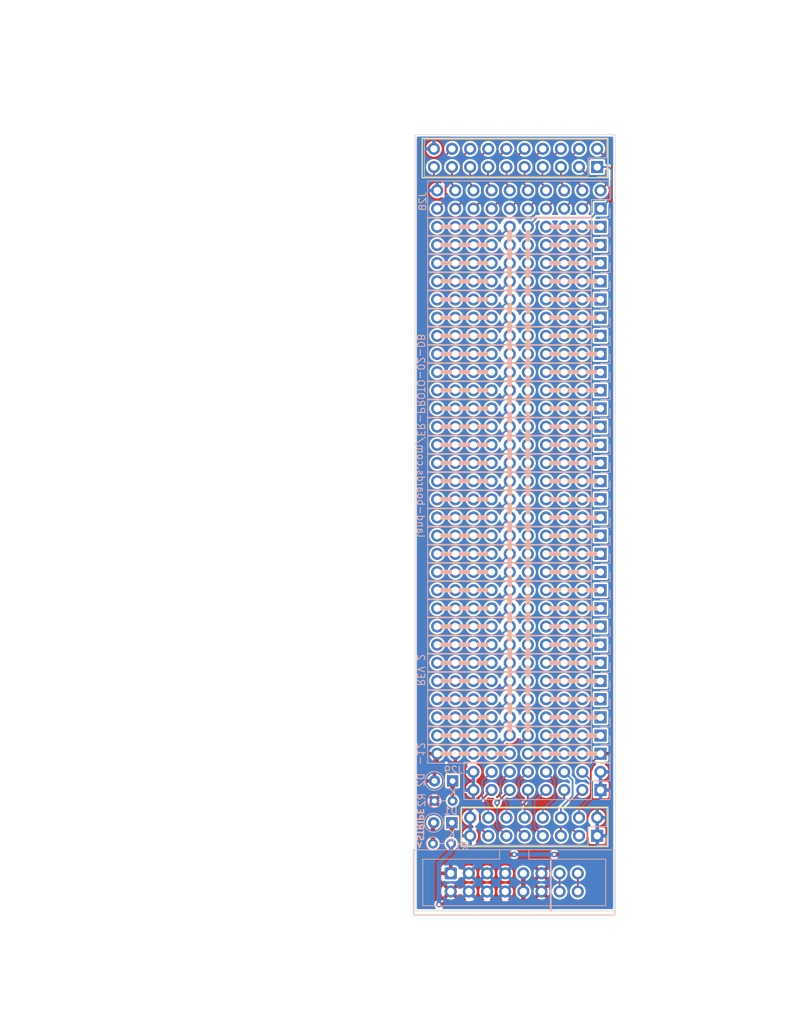
<source format=kicad_pcb>
(kicad_pcb (version 20221018) (generator pcbnew)
  (title_block (title "ER-PROTO-02") (date "2022-10-29") (rev "1") (company "LAND BOARDS, LLC") (comment 1 "EURORACK PROTOTYPE CARD") (comment 2 "6 POTS, 6 JACKS"))
  (layers (0 "F.Cu" signal) (31 "B.Cu" signal) (34 "B.Paste" user) (35 "F.Paste" user) (36 "B.SilkS" user "B.Silkscreen") (37 "F.SilkS" user "F.Silkscreen") (38 "B.Mask" user) (39 "F.Mask" user) (44 "Edge.Cuts" user))
  (net 0 "")
  (net 1 "/POT6-1")
  (net 2 "/POT6-2")
  (net 3 "/POT6-3")
  (net 4 "/POT4-1")
  (net 5 "/POT4-2")
  (net 6 "/POT4-3")
  (net 7 "/POT2-1")
  (net 8 "/POT2-2")
  (net 9 "/POT2-3")
  (net 10 "/POT5-1")
  (net 11 "/POT5-2")
  (net 12 "/POT5-3")
  (net 13 "/POT3-1")
  (net 14 "/POT3-2")
  (net 15 "/POT3-3")
  (net 16 "/POT1-1")
  (net 17 "/POT1-2")
  (net 18 "/POT1-3")
  (net 19 "/J1-T")
  (net 20 "/J2-T")
  (net 21 "/J3-T")
  (net 22 "/J4-T")
  (net 23 "GND")
  (net 24 "/J1-R_N")
  (net 25 "/J2-R_N")
  (net 26 "/J3-R_N")
  (net 27 "/J4-R_N")
  (net 28 "/J5-R_N")
  (net 29 "/J6-R_N")
  (net 30 "/J6-T")
  (net 31 "/J5-T")
  (net 32 "+12V")
  (net 33 "+5V")
  (net 34 "/CV")
  (net 35 "/GATE")
  (net 36 "Net-(J1-Pad1)")
  (net 37 "Net-(J1-Pad10)")
  (net 38 "-12V")
  (net 39 "Net-(J2-Pad1)")
  (net 40 "Net-(J2-Pad10)")
  (net 41 "Net-(J3-Pad1)")
  (net 42 "Net-(J3-Pad10)")
  (net 43 "Net-(J4-Pad1)")
  (net 44 "Net-(J4-Pad10)")
  (net 45 "Net-(J5-Pad1)")
  (net 46 "Net-(J5-Pad10)")
  (net 47 "Net-(J6-Pad1)")
  (net 48 "Net-(J6-Pad10)")
  (net 49 "Net-(J10-Pad1)")
  (net 50 "Net-(J10-Pad10)")
  (net 51 "Net-(J11-Pad1)")
  (net 52 "Net-(J11-Pad10)")
  (net 53 "Net-(J12-Pad1)")
  (net 54 "Net-(J12-Pad10)")
  (net 55 "Net-(J13-Pad1)")
  (net 56 "Net-(J13-Pad10)")
  (net 57 "Net-(J14-Pad1)")
  (net 58 "Net-(J14-Pad10)")
  (net 59 "Net-(J16-Pad1)")
  (net 60 "Net-(J16-Pad10)")
  (net 61 "Net-(J17-Pad1)")
  (net 62 "Net-(J17-Pad10)")
  (net 63 "Net-(J18-Pad1)")
  (net 64 "Net-(J18-Pad10)")
  (net 65 "Net-(J19-Pad1)")
  (net 66 "Net-(J19-Pad10)")
  (net 67 "Net-(J20-Pad1)")
  (net 68 "Net-(J20-Pad10)")
  (net 69 "Net-(J21-Pad1)")
  (net 70 "Net-(J21-Pad10)")
  (net 71 "Net-(J22-Pad1)")
  (net 72 "Net-(J22-Pad10)")
  (net 73 "Net-(J23-Pad1)")
  (net 74 "Net-(J23-Pad10)")
  (net 75 "Net-(J24-Pad1)")
  (net 76 "Net-(J24-Pad10)")
  (net 77 "Net-(J25-Pad1)")
  (net 78 "Net-(J25-Pad10)")
  (net 79 "Net-(J26-Pad1)")
  (net 80 "Net-(J26-Pad10)")
  (net 81 "Net-(J27-Pad1)")
  (net 82 "Net-(J27-Pad10)")
  (net 83 "Net-(J30-Pad1)")
  (net 84 "Net-(J30-Pad10)")
  (net 85 "Net-(J31-Pad1)")
  (net 86 "Net-(J31-Pad10)")
  (net 87 "Net-(J32-Pad1)")
  (net 88 "Net-(J32-Pad10)")
  (net 89 "Net-(J33-Pad1)")
  (net 90 "Net-(J33-Pad10)")
  (net 91 "Net-(J35-Pad1)")
  (net 92 "Net-(J35-Pad10)")
  (net 93 "Net-(J36-Pad1)")
  (net 94 "Net-(J36-Pad10)")
  (net 95 "Net-(D1-Pad2)")
  (net 96 "Net-(D2-Pad1)")
  (net 97 "-12VA")
  (net 98 "+12VA")
  (footprint "Connector_PinHeader_2.54mm:PinHeader_1x10_P2.54mm_Vertical" (layer "B.Cu") (at 124.46 45.72 90)
    (fp_text reference "J19" hide)
    (fp_text value "Conn_01x10")
  )
  (footprint "Connector_PinHeader_2.54mm:PinHeader_1x10_P2.54mm_Vertical" (layer "B.Cu") (at 124.46 43.18 90)
    (fp_text reference "J11" hide)
    (fp_text value "Conn_01x10")
  )
  (footprint "Connector_PinHeader_2.54mm:PinHeader_1x10_P2.54mm_Vertical" (layer "B.Cu") (at 124.46 60.96 90)
    (fp_text reference "J10" hide)
    (fp_text value "Conn_01x10")
  )
  (footprint "Connector_PinHeader_2.54mm:PinHeader_1x10_P2.54mm_Vertical" (layer "B.Cu") (at 124.46 88.9 90)
    (fp_text reference "J4" hide)
    (fp_text value "Conn_01x10")
  )
  (footprint "Connector_PinHeader_2.54mm:PinHeader_2x10_P2.54mm_Vertical" (layer "B.Cu") (at 124.46 20.32 90)
    (fp_text reference "J28")
    (fp_text value "PROTO02_POTS")
  )
  (footprint "Connector_PinHeader_2.54mm:PinHeader_1x10_P2.54mm_Vertical" (layer "B.Cu") (at 124.46 86.36 90)
    (fp_text reference "J21" hide)
    (fp_text value "Conn_01x10")
  )
  (footprint "Connector_PinHeader_2.54mm:PinHeader_1x10_P2.54mm_Vertical" (layer "B.Cu") (at 124.46 76.2 90)
    (fp_text reference "J1" hide)
    (fp_text value "Conn_01x10")
  )
  (footprint "Resistor_THT:R_Axial_DIN0204_L3.6mm_D1.6mm_P2.54mm_Vertical" (layer "B.Cu") (at 101.015 109.093)
    (fp_text reference "R1")
    (fp_text value "10")
  )
  (footprint "Connector_PinHeader_2.54mm:PinHeader_1x10_P2.54mm_Vertical" (layer "B.Cu") (at 124.46 22.86 90)
    (fp_text reference "J36" hide)
    (fp_text value "Conn_01x10")
  )
  (footprint "Diode_THT:D_DO-35_SOD27_P2.54mm_Vertical_KathodeUp" (layer "B.Cu") (at 103.759 100.33 180)
    (fp_text reference "D2")
    (fp_text value "BAT41")
  )
  (footprint "Connector_PinHeader_2.54mm:PinHeader_1x10_P2.54mm_Vertical" (layer "B.Cu") (at 124.46 93.98 90)
    (fp_text reference "J24" hide)
    (fp_text value "Conn_01x10")
  )
  (footprint "Connector_PinHeader_2.54mm:PinHeader_1x10_P2.54mm_Vertical" (layer "B.Cu") (at 124.46 78.74 90)
    (fp_text reference "J14" hide)
    (fp_text value "Conn_01x10")
  )
  (footprint "Connector_PinHeader_2.54mm:PinHeader_1x10_P2.54mm_Vertical" (layer "B.Cu") (at 124.46 83.82 90)
    (fp_text reference "J2" hide)
    (fp_text value "Conn_01x10")
  )
  (footprint "Connector_PinHeader_2.54mm:PinHeader_1x10_P2.54mm_Vertical" (layer "B.Cu") (at 124.46 30.48 90)
    (fp_text reference "J32" hide)
    (fp_text value "Conn_01x10")
  )
  (footprint "Connector_PinHeader_2.54mm:PinHeader_2x08_P2.54mm_Vertical" (layer "B.Cu") (at 124.46 101.6 90)
    (fp_text reference "J29")
    (fp_text value "PROTO02_JACKS")
  )
  (footprint "Connector_PinHeader_2.54mm:PinHeader_1x10_P2.54mm_Vertical" (layer "B.Cu") (at 124.46 66.04 90)
    (fp_text reference "J6" hide)
    (fp_text value "Conn_01x10")
  )
  (footprint "Connector_PinHeader_2.54mm:PinHeader_1x10_P2.54mm_Vertical" (layer "B.Cu") (at 124.46 71.12 90)
    (fp_text reference "J20" hide)
    (fp_text value "Conn_01x10")
  )
  (footprint "Connector_PinHeader_2.54mm:PinHeader_1x10_P2.54mm_Vertical" (layer "B.Cu") (at 124.46 50.8 90)
    (fp_text reference "J26" hide)
    (fp_text value "Conn_01x10")
  )
  (footprint "Resistor_THT:R_Axial_DIN0204_L3.6mm_D1.6mm_P2.54mm_Vertical" (layer "B.Cu") (at 101.219 103.124)
    (fp_text reference "R2")
    (fp_text value "10")
  )
  (footprint "Connector_PinHeader_2.54mm:PinHeader_1x10_P2.54mm_Vertical" (layer "B.Cu") (at 124.46 58.42 90)
    (fp_text reference "J12" hide)
    (fp_text value "Conn_01x10")
  )
  (footprint "Connector_PinHeader_2.54mm:PinHeader_1x10_P2.54mm_Vertical" (layer "B.Cu") (at 124.46 38.1 90)
    (fp_text reference "J17" hide)
    (fp_text value "Conn_01x10")
  )
  (footprint "Connector_PinHeader_2.54mm:PinHeader_1x10_P2.54mm_Vertical" (layer "B.Cu") (at 124.46 91.44 90)
    (fp_text reference "J22" hide)
    (fp_text value "Conn_01x10")
  )
  (footprint "Connector_PinHeader_2.54mm:PinHeader_1x10_P2.54mm_Vertical" (layer "B.Cu") (at 124.46 73.66 90)
    (fp_text reference "J13" hide)
    (fp_text value "Conn_01x10")
  )
  (footprint "Connector_PinHeader_2.54mm:PinHeader_1x10_P2.54mm_Vertical" (layer "B.Cu") (at 124.46 27.94 90)
    (fp_text reference "J31" hide)
    (fp_text value "Conn_01x10")
  )
  (footprint "Connector_IDC:IDC-Header_2x08_P2.54mm_Vertical" (layer "B.Cu") (at 103.5 113.2475 -90)
    (fp_text reference "J9" hide)
    (fp_text value "ER-PWR-2X8")
  )
  (footprint "Connector_PinHeader_2.54mm:PinHeader_1x10_P2.54mm_Vertical" (layer "B.Cu") (at 124.46 48.26 90)
    (fp_text reference "J25" hide)
    (fp_text value "Conn_01x10")
  )
  (footprint "Connector_PinHeader_2.54mm:PinHeader_1x10_P2.54mm_Vertical" (layer "B.Cu") (at 124.46 40.64 90)
    (fp_text reference "J18" hide)
    (fp_text value "Conn_01x10")
  )
  (footprint "Connector_PinHeader_2.54mm:PinHeader_1x10_P2.54mm_Vertical" (layer "B.Cu") (at 124.46 68.58 90)
    (fp_text reference "J23" hide)
    (fp_text value "Conn_01x10")
  )
  (footprint "Connector_PinHeader_2.54mm:PinHeader_1x10_P2.54mm_Vertical" (layer "B.Cu") (at 124.46 81.28 90)
    (fp_text reference "J27" hide)
    (fp_text value "Conn_01x10")
  )
  (footprint "Connector_PinHeader_2.54mm:PinHeader_1x10_P2.54mm_Vertical" (layer "B.Cu") (at 124.46 35.56 90)
    (fp_text reference "J30" hide)
    (fp_text value "Conn_01x10")
  )
  (footprint "Connector_PinHeader_2.54mm:PinHeader_1x10_P2.54mm_Vertical" (layer "B.Cu") (at 124.46 55.88 90)
    (fp_text reference "J5" hide)
    (fp_text value "Conn_01x10")
  )
  (footprint "Diode_THT:D_DO-35_SOD27_P2.54mm_Vertical_KathodeUp" (layer "B.Cu") (at 103.660686 106.172 180)
    (fp_text reference "D1")
    (fp_text value "BAT41")
  )
  (footprint "Connector_PinHeader_2.54mm:PinHeader_1x10_P2.54mm_Vertical" (layer "B.Cu") (at 124.46 63.5 90)
    (fp_text reference "J16" hide)
    (fp_text value "Conn_01x10")
  )
  (footprint "Connector_PinHeader_2.54mm:PinHeader_2x10_P2.54mm_Vertical" (layer "B.Cu") (at 124 14.5 90)
    (fp_text reference "J8" hide)
    (fp_text value "PROTO02_POTS")
  )
  (footprint "Connector_PinHeader_2.54mm:PinHeader_2x08_P2.54mm_Vertical" (layer "B.Cu") (at 124 108 90)
    (fp_text reference "J7" hide)
    (fp_text value "PROTO02_JACKS")
  )
  (footprint "Connector_PinHeader_2.54mm:PinHeader_1x10_P2.54mm_Vertical" (layer "B.Cu") (at 124.46 33.02 90)
    (fp_text reference "J33" hide)
    (fp_text value "Conn_01x10")
  )
  (footprint "Connector_PinHeader_2.54mm:PinHeader_1x10_P2.54mm_Vertical" (layer "B.Cu") (at 124.46 96.52 90)
    (fp_text reference "J15" hide)
    (fp_text value "Conn_01x10")
  )
  (footprint "Connector_PinHeader_2.54mm:PinHeader_1x10_P2.54mm_Vertical" (layer "B.Cu") (at 124.46 53.34 90)
    (fp_text reference "J3" hide)
    (fp_text value "Conn_01x10")
  )
  (footprint "Connector_PinHeader_2.54mm:PinHeader_1x10_P2.54mm_Vertical" (layer "B.Cu") (at 124.46 25.4 90)
    (fp_text reference "J35" hide)
    (fp_text value "Conn_01x10")
  )
  (gr_line (start 116.84 40.64) (end 124.46 40.64) (stroke (width 0.635)) (layer "B.SilkS"))
  (gr_line (start 116.84 63.5) (end 124.46 63.5) (stroke (width 0.635)) (layer "B.SilkS"))
  (gr_line (start 111.76 93.98) (end 111.73 22.86) (stroke (width 0.635)) (layer "B.SilkS"))
  (gr_line (start 114.3 96.52) (end 124.46 96.52) (stroke (width 0.635)) (layer "B.SilkS"))
  (gr_line (start 101.6 33.02) (end 109.22 33.02) (stroke (width 0.635)) (layer "B.SilkS"))
  (gr_line (start 117.5 111.5) (end 117.5 118.5) (stroke (width 0.25)) (layer "B.SilkS"))
  (gr_line (start 101.6 60.96) (end 109.22 60.96) (stroke (width 0.635)) (layer "B.SilkS"))
  (gr_line (start 116.84 93.98) (end 124.5 93.98) (stroke (width 0.635)) (layer "B.SilkS"))
  (gr_line (start 116.84 73.66) (end 124.46 73.66) (stroke (width 0.635)) (layer "B.SilkS"))
  (gr_line (start 101.6 93.98) (end 109.22 93.98) (stroke (width 0.635)) (layer "B.SilkS"))
  (gr_line (start 101.6 53.34) (end 109.22 53.34) (stroke (width 0.635)) (layer "B.SilkS"))
  (gr_line (start 116.84 71.12) (end 124.46 71.12) (stroke (width 0.635)) (layer "B.SilkS"))
  (gr_line (start 116.84 60.96) (end 124.46 60.96) (stroke (width 0.635)) (layer "B.SilkS"))
  (gr_line (start 116.84 58.42) (end 124.46 58.42) (stroke (width 0.635)) (layer "B.SilkS"))
  (gr_line (start 116.84 30.48) (end 124.46 30.48) (stroke (width 0.635)) (layer "B.SilkS"))
  (gr_line (start 101.6 81.28) (end 109.22 81.28) (stroke (width 0.635)) (layer "B.SilkS"))
  (gr_line (start 116.84 50.8) (end 124.46 50.8) (stroke (width 0.635)) (layer "B.SilkS"))
  (gr_line (start 116.84 35.56) (end 124.46 35.56) (stroke (width 0.635)) (layer "B.SilkS"))
  (gr_line (start 116.84 45.72) (end 124.46 45.72) (stroke (width 0.635)) (layer "B.SilkS"))
  (gr_line (start 116.84 22.86) (end 124.46 22.86) (stroke (width 0.635)) (layer "B.SilkS"))
  (gr_line (start 101.6 58.42) (end 109.22 58.42) (stroke (width 0.635)) (layer "B.SilkS"))
  (gr_line (start 101.6 25.4) (end 109.22 25.4) (stroke (width 0.635)) (layer "B.SilkS"))
  (gr_line (start 101.6 83.82) (end 109.22 83.82) (stroke (width 0.635)) (layer "B.SilkS"))
  (gr_line (start 101.6 45.72) (end 109.22 45.72) (stroke (width 0.635)) (layer "B.SilkS"))
  (gr_line (start 101.6 27.94) (end 109.22 27.94) (stroke (width 0.635)) (layer "B.SilkS"))
  (gr_line (start 101.6 66.04) (end 109.22 66.04) (stroke (width 0.635)) (layer "B.SilkS"))
  (gr_line (start 116.84 88.9) (end 124.46 88.9) (stroke (width 0.635)) (layer "B.SilkS"))
  (gr_line (start 116.84 81.28) (end 124.46 81.28) (stroke (width 0.635)) (layer "B.SilkS"))
  (gr_line (start 101.6 91.44) (end 109.22 91.44) (stroke (width 0.635)) (layer "B.SilkS"))
  (gr_line (start 101.6 50.8) (end 109.22 50.8) (stroke (width 0.635)) (layer "B.SilkS"))
  (gr_line (start 101.6 76.2) (end 109.22 76.2) (stroke (width 0.635)) (layer "B.SilkS"))
  (gr_line (start 101.6 22.86) (end 109.22 22.86) (stroke (width 0.635)) (layer "B.SilkS"))
  (gr_line (start 101.6 40.64) (end 109.22 40.64) (stroke (width 0.635)) (layer "B.SilkS"))
  (gr_line (start 116.84 76.2) (end 124.46 76.2) (stroke (width 0.635)) (layer "B.SilkS"))
  (gr_line (start 116.84 53.34) (end 124.46 53.34) (stroke (width 0.635)) (layer "B.SilkS"))
  (gr_line (start 116.84 91.44) (end 124.46 91.44) (stroke (width 0.635)) (layer "B.SilkS"))
  (gr_line (start 101.6 55.88) (end 109.22 55.88) (stroke (width 0.635)) (layer "B.SilkS"))
  (gr_line (start 116.84 66.04) (end 124.46 66.04) (stroke (width 0.635)) (layer "B.SilkS"))
  (gr_line (start 116.84 43.18) (end 124.46 43.18) (stroke (width 0.635)) (layer "B.SilkS"))
  (gr_line (start 101.6 96.52) (end 111.76 96.52) (stroke (width 0.635)) (layer "B.SilkS"))
  (gr_line (start 116.84 86.36) (end 124.46 86.36) (stroke (width 0.635)) (layer "B.SilkS"))
  (gr_line (start 116.84 83.82) (end 124.46 83.82) (stroke (width 0.635)) (layer "B.SilkS"))
  (gr_line (start 101.6 86.36) (end 109.22 86.36) (stroke (width 0.635)) (layer "B.SilkS"))
  (gr_line (start 101.6 43.18) (end 109.22 43.18) (stroke (width 0.635)) (layer "B.SilkS"))
  (gr_line (start 116.84 68.58) (end 124.46 68.58) (stroke (width 0.635)) (layer "B.SilkS"))
  (gr_line (start 116.84 78.74) (end 124.46 78.74) (stroke (width 0.635)) (layer "B.SilkS"))
  (gr_line (start 114.3 93.98) (end 114.3 22.86) (stroke (width 0.635)) (layer "B.SilkS"))
  (gr_line (start 116.84 27.94) (end 124.46 27.94) (stroke (width 0.635)) (layer "B.SilkS"))
  (gr_line (start 101.6 73.66) (end 109.22 73.66) (stroke (width 0.635)) (layer "B.SilkS"))
  (gr_line (start 101.6 63.5) (end 109.22 63.5) (stroke (width 0.635)) (layer "B.SilkS"))
  (gr_line (start 116.84 33.02) (end 124.46 33.02) (stroke (width 0.635)) (layer "B.SilkS"))
  (gr_line (start 116.84 38.1) (end 124.46 38.1) (stroke (width 0.635)) (layer "B.SilkS"))
  (gr_line (start 116.84 48.26) (end 124.46 48.26) (stroke (width 0.635)) (layer "B.SilkS"))
  (gr_line (start 101.6 48.26) (end 109.22 48.26) (stroke (width 0.635)) (layer "B.SilkS"))
  (gr_line (start 101.6 68.58) (end 109.22 68.58) (stroke (width 0.635)) (layer "B.SilkS"))
  (gr_line (start 101.6 38.1) (end 109.22 38.1) (stroke (width 0.635)) (layer "B.SilkS"))
  (gr_line (start 116.84 25.4) (end 124.46 25.4) (stroke (width 0.635)) (layer "B.SilkS"))
  (gr_line (start 101.6 71.12) (end 109.22 71.12) (stroke (width 0.635)) (layer "B.SilkS"))
  (gr_line (start 101.6 88.9) (end 109.22 88.9) (stroke (width 0.635)) (layer "B.SilkS"))
  (gr_line (start 101.6 30.48) (end 109.22 30.48) (stroke (width 0.635)) (layer "B.SilkS"))
  (gr_line (start 101.6 35.56) (end 109.22 35.56) (stroke (width 0.635)) (layer "B.SilkS"))
  (gr_line (start 116.84 55.88) (end 124.46 55.88) (stroke (width 0.635)) (layer "B.SilkS"))
  (gr_line (start 101.6 78.74) (end 109.22 78.74) (stroke (width 0.635)) (layer "B.SilkS"))
  (gr_rect (start 105 104) (end 125.5 109.5) (stroke (width 0.15)) (fill none) (layer "F.SilkS"))
  (gr_rect (start 99.5 10.5) (end 125.5 16) (stroke (width 0.15)) (fill none) (layer "F.SilkS"))
  (gr_rect (start 98.5 10) (end 126.5 118.5) (stroke (width 0.1)) (fill none) (layer "Edge.Cuts"))
  (gr_text "<STRIPE" (at 99.2 107 270) (layer "B.SilkS") (effects (font (size 0.889 0.889) (thickness 0.22225)) (justify mirror)))
  (gr_text "-12" (at 99.314 96.52 270) (layer "B.SilkS") (effects (font (size 1 1)) (justify mirror)))
  (gr_text "REV 2" (at 99.314 84.836 270) (layer "B.SilkS") (effects (font (size 1 1)) (justify mirror)))
  (gr_text "land-boards.com/ER-PROTO-02-DB" (at 99.314 52.07 270) (layer "B.SilkS") (effects (font (size 1 1)) (justify mirror)))
  (segment (start 124 11.96) (end 125.476 13.436) (width 0.25) (layer "F.Cu") (net 1))
  (segment (start 125.476 16.764) (end 124.46 17.78) (width 0.25) (layer "F.Cu") (net 1))
  (segment (start 125.476 13.436) (end 125.476 16.764) (width 0.25) (layer "F.Cu") (net 1))
  (segment (start 121.46 14.5) (end 123.094511 16.134511) (width 0.25) (layer "F.Cu") (net 2))
  (segment (start 123.094511 19.145489) (end 121.92 20.32) (width 0.25) (layer "F.Cu") (net 2))
  (segment (start 123.094511 16.134511) (end 123.094511 19.145489) (width 0.25) (layer "F.Cu") (net 2))
  (segment (start 120.285489 13.134511) (end 120.285489 15.700749) (width 0.25) (layer "F.Cu") (net 3))
  (segment (start 121.46 11.96) (end 120.285489 13.134511) (width 0.25) (layer "F.Cu") (net 3))
  (segment (start 120.285489 15.700749) (end 121.92 17.33526) (width 0.25) (layer "F.Cu") (net 3))
  (segment (start 120.554511 19.145489) (end 119.38 20.32) (width 0.25) (layer "F.Cu") (net 4))
  (segment (start 119.209 15.989) (end 119.938022 15.989) (width 0.25) (layer "F.Cu") (net 4))
  (segment (start 118.92 14.5) (end 118.92 15.7) (width 0.25) (layer "F.Cu") (net 4))
  (segment (start 119.938022 15.989) (end 120.554511 16.605489) (width 0.25) (layer "F.Cu") (net 4))
  (segment (start 120.554511 16.605489) (end 120.554511 19.145489) (width 0.25) (layer "F.Cu") (net 4))
  (segment (start 118.92 15.7) (end 119.209 15.989) (width 0.25) (layer "F.Cu") (net 4))
  (segment (start 117.745489 15.509771) (end 119.38 17.144282) (width 0.25) (layer "F.Cu") (net 5))
  (segment (start 118.92 11.96) (end 117.745489 13.134511) (width 0.25) (layer "F.Cu") (net 5))
  (segment (start 117.745489 13.134511) (end 117.745489 15.509771) (width 0.25) (layer "F.Cu") (net 5))
  (segment (start 116.586 16.002) (end 117.602 16.002) (width 0.25) (layer "F.Cu") (net 6))
  (segment (start 118.014511 16.414511) (end 118.014511 19.145489) (width 0.25) (layer "F.Cu") (net 6))
  (segment (start 116.332 14.548) (end 116.332 15.748) (width 0.25) (layer "F.Cu") (net 6))
  (segment (start 116.332 15.748) (end 116.586 16.002) (width 0.25) (layer "F.Cu") (net 6))
  (segment (start 118.014511 19.145489) (end 116.84 20.32) (width 0.25) (layer "F.Cu") (net 6))
  (segment (start 117.602 16.002) (end 118.014511 16.414511) (width 0.25) (layer "F.Cu") (net 6))
  (segment (start 115.205489 15.763771) (end 116.84 17.398282) (width 0.25) (layer "F.Cu") (net 7))
  (segment (start 115.205489 13.134511) (end 115.205489 15.763771) (width 0.25) (layer "F.Cu") (net 7))
  (segment (start 116.38 11.96) (end 115.205489 13.134511) (width 0.25) (layer "F.Cu") (net 7))
  (segment (start 114.3 16.256) (end 115.062 16.256) (width 0.25) (layer "F.Cu") (net 8))
  (segment (start 113.84 15.796) (end 114.3 16.256) (width 0.25) (layer "F.Cu") (net 8))
  (segment (start 115.474511 19.145489) (end 114.3 20.32) (width 0.25) (layer "F.Cu") (net 8))
  (segment (start 113.84 14.5) (end 113.84 15.796) (width 0.25) (layer "F.Cu") (net 8))
  (segment (start 115.474511 16.668511) (end 115.474511 19.145489) (width 0.25) (layer "F.Cu") (net 8))
  (segment (start 115.062 16.256) (end 115.474511 16.668511) (width 0.25) (layer "F.Cu") (net 8))
  (segment (start 113.84 11.96) (end 112.665489 13.134511) (width 0.25) (layer "F.Cu") (net 9))
  (segment (start 112.665489 13.134511) (end 112.665489 15.763771) (width 0.25) (layer "F.Cu") (net 9))
  (segment (start 112.665489 15.763771) (end 114.3 17.398282) (width 0.25) (layer "F.Cu") (net 9))
  (segment (start 112.522 16.256) (end 112.934511 16.668511) (width 0.25) (layer "F.Cu") (net 10))
  (segment (start 111.3 15.796) (end 111.76 16.256) (width 0.25) (layer "F.Cu") (net 10))
  (segment (start 111.3 14.5) (end 111.3 15.796) (width 0.25) (layer "F.Cu") (net 10))
  (segment (start 111.76 16.256) (end 112.522 16.256) (width 0.25) (layer "F.Cu") (net 10))
  (segment (start 112.934511 16.668511) (end 112.934511 19.145489) (width 0.25) (layer "F.Cu") (net 10))
  (segment (start 112.934511 19.145489) (end 111.76 20.32) (width 0.25) (layer "F.Cu") (net 10))
  (segment (start 110.125489 13.134511) (end 110.125489 15.637489) (width 0.25) (layer "F.Cu") (net 11))
  (segment (start 110.125489 15.637489) (end 111.76 17.272) (width 0.25) (layer "F.Cu") (net 11))
  (segment (start 111.3 11.96) (end 110.125489 13.134511) (width 0.25) (layer "F.Cu") (net 11))
  (segment (start 109.728 16.256) (end 110.331489 16.859489) (width 0.25) (layer "F.Cu") (net 12))
  (segment (start 108.712 14.548) (end 108.712 15.748) (width 0.25) (layer "F.Cu") (net 12))
  (segment (start 110.394511 19.145489) (end 109.22 20.32) (width 0.25) (layer "F.Cu") (net 12))
  (segment (start 108.712 15.748) (end 109.22 16.256) (width 0.25) (layer "F.Cu") (net 12))
  (segment (start 110.394511 16.859489) (end 110.394511 19.145489) (width 0.25) (layer "F.Cu") (net 12))
  (segment (start 110.331489 16.859489) (end 110.394511 16.859489) (width 0.25) (layer "F.Cu") (net 12))
  (segment (start 109.22 16.256) (end 109.728 16.256) (width 0.25) (layer "F.Cu") (net 12))
  (segment (start 108.76 11.96) (end 107.585489 13.134511) (width 0.25) (layer "F.Cu") (net 13))
  (segment (start 107.585489 13.134511) (end 107.585489 15.700749) (width 0.25) (layer "F.Cu") (net 13))
  (segment (start 107.585489 15.700749) (end 109.22 17.33526) (width 0.25) (layer "F.Cu") (net 13))
  (segment (start 106.22 15.7) (end 106.522 16.002) (width 0.25) (layer "F.Cu") (net 14))
  (segment (start 106.22 14.5) (end 106.22 15.7) (width 0.25) (layer "F.Cu") (net 14))
  (segment (start 107.854511 19.145489) (end 106.68 20.32) (width 0.25) (layer "F.Cu") (net 14))
  (segment (start 107.854511 16.605489) (end 107.854511 19.145489) (width 0.25) (layer "F.Cu") (net 14))
  (segment (start 106.522 16.002) (end 107.251022 16.002) (width 0.25) (layer "F.Cu") (net 14))
  (segment (start 107.251022 16.002) (end 107.854511 16.605489) (width 0.25) (layer "F.Cu") (net 14))
  (segment (start 105.045489 13.134511) (end 105.045489 15.637489) (width 0.25) (layer "F.Cu") (net 15))
  (segment (start 105.045489 15.637489) (end 106.68 17.272) (width 0.25) (layer "F.Cu") (net 15))
  (segment (start 106.22 11.96) (end 105.045489 13.134511) (width 0.25) (layer "F.Cu") (net 15))
  (segment (start 104.648 16.002) (end 105.314511 16.668511) (width 0.25) (layer "F.Cu") (net 16))
  (segment (start 103.632 15.494) (end 104.14 16.002) (width 0.25) (layer "F.Cu") (net 16))
  (segment (start 105.314511 16.668511) (end 105.314511 19.145489) (width 0.25) (layer "F.Cu") (net 16))
  (segment (start 104.14 16.002) (end 104.648 16.002) (width 0.25) (layer "F.Cu") (net 16))
  (segment (start 103.632 14.548) (end 103.632 15.494) (width 0.25) (layer "F.Cu") (net 16))
  (segment (start 105.314511 19.145489) (end 104.14 20.32) (width 0.25) (layer "F.Cu") (net 16))
  (segment (start 102.362 13.278) (end 102.362 15.55726) (width 0.25) (layer "F.Cu") (net 17))
  (segment (start 103.68 11.96) (end 102.362 13.278) (width 0.25) (layer "F.Cu") (net 17))
  (segment (start 102.362 15.55726) (end 104.14 17.33526) (width 0.25) (layer "F.Cu") (net 17))
  (segment (start 101.14 14.5) (end 101.14 15.796) (width 0.25) (layer "F.Cu") (net 18))
  (segment (start 101.14 15.796) (end 101.346 16.002) (width 0.25) (layer "F.Cu") (net 18))
  (segment (start 101.346 16.002) (end 102.171022 16.002) (width 0.25) (layer "F.Cu") (net 18))
  (segment (start 102.774511 16.605489) (end 102.774511 19.145489) (width 0.25) (layer "F.Cu") (net 18))
  (segment (start 102.774511 19.145489) (end 101.6 20.32) (width 0.25) (layer "F.Cu") (net 18))
  (segment (start 102.171022 16.002) (end 102.774511 16.605489) (width 0.25) (layer "F.Cu") (net 18))
  (segment (start 112.99 100.37) (end 114.3 99.06) (width 0.25) (layer "B.Cu") (net 19))
  (segment (start 113.84 103.172) (end 112.99 102.322) (width 0.25) (layer "B.Cu") (net 19))
  (segment (start 112.99 102.322) (end 112.99 100.37) (width 0.25) (layer "B.Cu") (net 19))
  (segment (start 113.84 105.46) (end 113.84 103.172) (width 0.25) (layer "B.Cu") (net 19))
  (segment (start 116.84 99.06) (end 118.014511 100.234511) (width 0.25) (layer "B.Cu") (net 20))
  (segment (start 116.38 105.46) (end 116.38 104.346) (width 0.25) (layer "B.Cu") (net 20))
  (segment (start 118.014511 100.234511) (end 118.014511 102.711489) (width 0.25) (layer "B.Cu") (net 20))
  (segment (start 116.38 104.346) (end 118.014511 102.711489) (width 0.25) (layer "B.Cu") (net 20))
  (segment (start 110.45 102.576) (end 110.45 100.37) (width 0.25) (layer "B.Cu") (net 21))
  (segment (start 111.3 105.46) (end 111.3 103.426) (width 0.25) (layer "B.Cu") (net 21))
  (segment (start 111.3 103.426) (end 110.45 102.576) (width 0.25) (layer "B.Cu") (net 21))
  (segment (start 110.45 100.37) (end 111.76 99.06) (width 0.25) (layer "B.Cu") (net 21))
  (segment (start 119.38 99.06) (end 120.554511 100.234511) (width 0.25) (layer "B.Cu") (net 22))
  (segment (start 118.92 105.46) (end 118.92 104.092) (width 0.25) (layer "B.Cu") (net 22))
  (segment (start 120.554511 100.234511) (end 120.554511 102.457489) (width 0.25) (layer "B.Cu") (net 22))
  (segment (start 118.92 104.092) (end 120.554511 102.457489) (width 0.25) (layer "B.Cu") (net 22))
  (segment (start 103.282511 95.345489) (end 102.87 95.758) (width 0.25) (layer "F.Cu") (net 23))
  (segment (start 110.394511 95.345489) (end 111.76 93.98) (width 0.25) (layer "F.Cu") (net 23))
  (segment (start 102.87 95.758) (end 102.87 97.79) (width 0.25) (layer "F.Cu") (net 23))
  (segment (start 110.394511 95.345489) (end 103.282511 95.345489) (width 0.25) (layer "F.Cu") (net 23))
  (via (at 102.87 97.79) (size 0.8) (drill 0.4) (layers "F.Cu" "B.Cu") (net 23))
  (segment (start 111.76 58.42) (end 110.49 59.69) (width 0.25) (layer "B.Cu") (net 23))
  (segment (start 111.76 35.56) (end 110.49 36.83) (width 0.25) (layer "B.Cu") (net 23))
  (segment (start 111.76 22.86) (end 110.49 24.13) (width 0.25) (layer "B.Cu") (net 23))
  (segment (start 111.76 50.8) (end 110.49 52.07) (width 0.25) (layer "B.Cu") (net 23))
  (segment (start 111.76 66.04) (end 110.49 67.31) (width 0.25) (layer "B.Cu") (net 23))
  (segment (start 111.76 53.34) (end 110.49 54.61) (width 0.25) (layer "B.Cu") (net 23))
  (segment (start 111.76 43.18) (end 110.49 44.45) (width 0.25) (layer "B.Cu") (net 23))
  (segment (start 110.49 87.63) (end 111.76 86.36) (width 0.25) (layer "B.Cu") (net 23))
  (segment (start 111.76 81.28) (end 110.49 82.55) (width 0.25) (layer "B.Cu") (net 23))
  (segment (start 111.76 78.74) (end 110.744 79.756) (width 0.25) (layer "B.Cu") (net 23))
  (segment (start 111.76 33.02) (end 110.49 34.29) (width 0.25) (layer "B.Cu") (net 23))
  (segment (start 110.49 57.15) (end 111.76 55.88) (width 0.25) (layer "B.Cu") (net 23))
  (segment (start 111.76 73.66) (end 110.49 74.93) (width 0.25) (layer "B.Cu") (net 23))
  (segment (start 111.76 88.9) (end 110.49 90.17) (width 0.25) (layer "B.Cu") (net 23))
  (segment (start 111.76 27.94) (end 110.49 29.21) (width 0.25) (layer "B.Cu") (net 23))
  (segment (start 111.76 45.72) (end 110.49 46.99) (width 0.25) (layer "B.Cu") (net 23))
  (segment (start 111.76 38.1) (end 110.49 39.37) (width 0.25) (layer "B.Cu") (net 23))
  (segment (start 111.76 60.96) (end 110.49 62.23) (width 0.25) (layer "B.Cu") (net 23))
  (segment (start 111.76 71.12) (end 110.49 72.39) (width 0.25) (layer "B.Cu") (net 23))
  (segment (start 111.76 83.82) (end 110.49 85.09) (width 0.25) (layer "B.Cu") (net 23))
  (segment (start 111.76 91.44) (end 110.49 92.71) (width 0.25) (layer "B.Cu") (net 23))
  (segment (start 111.76 30.48) (end 110.49 31.75) (width 0.25) (layer "B.Cu") (net 23))
  (segment (start 111.76 68.58) (end 110.49 69.85) (width 0.25) (layer "B.Cu") (net 23))
  (segment (start 111.76 48.26) (end 110.49 49.53) (width 0.25) (layer "B.Cu") (net 23))
  (segment (start 111.76 93.98) (end 110.49 95.25) (width 0.25) (layer "B.Cu") (net 23))
  (segment (start 111.76 76.2) (end 110.49 77.47) (width 0.25) (layer "B.Cu") (net 23))
  (segment (start 111.76 63.5) (end 110.49 64.77) (width 0.25) (layer "B.Cu") (net 23))
  (segment (start 114.3 102.902978) (end 112.665489 104.537489) (width 0.25) (layer "F.Cu") (net 24))
  (segment (start 112.665489 106.825489) (end 113.84 108) (width 0.25) (layer "F.Cu") (net 24))
  (segment (start 112.665489 104.537489) (end 112.665489 106.825489) (width 0.25) (layer "F.Cu") (net 24))
  (segment (start 114.3 101.6) (end 114.3 102.902978) (width 0.25) (layer "F.Cu") (net 24))
  (segment (start 115.205489 106.825489) (end 115.205489 103.234511) (width 0.25) (layer "B.Cu") (net 25))
  (segment (start 116.38 108) (end 115.205489 106.825489) (width 0.25) (layer "B.Cu") (net 25))
  (segment (start 115.205489 103.234511) (end 116.84 101.6) (width 0.25) (layer "B.Cu") (net 25))
  (segment (start 109.982 103.378) (end 111.76 101.6) (width 0.25) (layer "F.Cu") (net 26))
  (via (at 109.982 103.378) (size 0.8) (drill 0.4) (layers "F.Cu" "B.Cu") (net 26))
  (segment (start 109.982 103.378) (end 109.982 106.682) (width 0.25) (layer "B.Cu") (net 26))
  (segment (start 109.982 106.682) (end 111.3 108) (width 0.25) (layer "B.Cu") (net 26))
  (segment (start 118.11 106.68) (end 118.618 106.68) (width 0.25) (layer "F.Cu") (net 27))
  (segment (start 119.38 102.87) (end 117.745489 104.504511) (width 0.25) (layer "F.Cu") (net 27))
  (segment (start 117.745489 104.504511) (end 117.745489 106.315489) (width 0.25) (layer "F.Cu") (net 27))
  (segment (start 118.618 106.68) (end 118.92 106.982) (width 0.25) (layer "F.Cu") (net 27))
  (segment (start 118.92 106.982) (end 118.92 108) (width 0.25) (layer "F.Cu") (net 27))
  (segment (start 119.38 101.6) (end 119.38 102.87) (width 0.25) (layer "F.Cu") (net 27))
  (segment (start 117.745489 106.315489) (end 118.11 106.68) (width 0.25) (layer "F.Cu") (net 27))
  (segment (start 108.76 108) (end 107.585489 106.825489) (width 0.25) (layer "F.Cu") (net 28))
  (segment (start 107.585489 103.234511) (end 109.22 101.6) (width 0.25) (layer "F.Cu") (net 28))
  (segment (start 107.585489 106.825489) (end 107.585489 103.234511) (width 0.25) (layer "F.Cu") (net 28))
  (segment (start 120.285489 106.825489) (end 121.46 108) (width 0.25) (layer "F.Cu") (net 29))
  (segment (start 121.92 101.6) (end 120.285489 103.234511) (width 0.25) (layer "F.Cu") (net 29))
  (segment (start 120.285489 103.234511) (end 120.285489 106.825489) (width 0.25) (layer "F.Cu") (net 29))
  (segment (start 121.46 104.346) (end 123.285489 102.520511) (width 0.25) (layer "B.Cu") (net 30))
  (segment (start 123.285489 100.425489) (end 123.285489 102.520511) (width 0.25) (layer "B.Cu") (net 30))
  (segment (start 121.92 99.06) (end 123.285489 100.425489) (width 0.25) (layer "B.Cu") (net 30))
  (segment (start 121.46 105.46) (end 121.46 104.346) (width 0.25) (layer "B.Cu") (net 30))
  (segment (start 107.91 100.37) (end 109.22 99.06) (width 0.25) (layer "B.Cu") (net 31))
  (segment (start 108.76 103.506) (end 107.91 102.656) (width 0.25) (layer "B.Cu") (net 31))
  (segment (start 107.91 102.656) (end 107.91 100.37) (width 0.25) (layer "B.Cu") (net 31))
  (segment (start 108.76 105.46) (end 108.76 103.506) (width 0.25) (layer "B.Cu") (net 31))
  (segment (start 124.46 96.52) (end 123.094511 97.885489) (width 0.25) (layer "F.Cu") (net 32))
  (segment (start 104.775 108.331) (end 104.775 109.855) (width 0.254) (layer "F.Cu") (net 32))
  (segment (start 103.660686 107.216686) (end 104.394 107.95) (width 0.635) (layer "F.Cu") (net 32))
  (segment (start 120.142 110.617) (end 121.383 110.617) (width 0.635) (layer "F.Cu") (net 32))
  (segment (start 104.394 107.95) (end 104.775 108.331) (width 0.254) (layer "F.Cu") (net 32))
  (segment (start 112.395 110.617) (end 105.537 110.617) (width 0.635) (layer "F.Cu") (net 32))
  (segment (start 121.92 96.52) (end 124.46 96.52) (width 0.25) (layer "F.Cu") (net 32))
  (segment (start 122.634511 104.973501) (end 122.634511 109.365489) (width 0.25) (layer "F.Cu") (net 32))
  (segment (start 103.660686 106.172) (end 103.660686 107.216686) (width 0.635) (layer "F.Cu") (net 32))
  (segment (start 114.3 96.52) (end 116.84 96.52) (width 0.254) (layer "F.Cu") (net 32))
  (segment (start 117.983 110.617) (end 120.142 110.617) (width 0.635) (layer "F.Cu") (net 32))
  (segment (start 104.775 109.855) (end 105.029 110.109) (width 0.254) (layer "F.Cu") (net 32))
  (segment (start 123.094511 97.885489) (end 123.094511 104.513501) (width 0.25) (layer "F.Cu") (net 32))
  (segment (start 122.634511 109.365489) (end 121.383 110.617) (width 0.25) (layer "F.Cu") (net 32))
  (segment (start 123.094511 104.513501) (end 122.634511 104.973501) (width 0.25) (layer "F.Cu") (net 32))
  (segment (start 105.537 110.617) (end 105.029 110.109) (width 0.635) (layer "F.Cu") (net 32))
  (segment (start 121.92 96.52) (end 116.84 96.52) (width 0.25) (layer "F.Cu") (net 32))
  (via (at 117.983 110.617) (size 0.8) (drill 0.4) (layers "F.Cu" "B.Cu") (net 32))
  (via (at 112.395 110.617) (size 0.8) (drill 0.4) (layers "F.Cu" "B.Cu") (net 32))
  (segment (start 113.03 110.617) (end 117.983 110.617) (width 0.635) (layer "B.Cu") (net 32))
  (segment (start 114.3 93.98) (end 113.03 95.25) (width 0.254) (layer "F.Cu") (net 33))
  (segment (start 125.625 14.5) (end 124 14.5) (width 0.25) (layer "B.Cu") (net 33))
  (segment (start 124.46 20.32) (end 125.984 18.796) (width 0.25) (layer "B.Cu") (net 33))
  (segment (start 114.3 22.86) (end 115.57 21.59) (width 0.25) (layer "B.Cu") (net 33))
  (segment (start 123.19 21.59) (end 124.46 20.32) (width 0.25) (layer "B.Cu") (net 33))
  (segment (start 125.984 18.796) (end 125.984 14.859) (width 0.25) (layer "B.Cu") (net 33))
  (segment (start 115.57 21.59) (end 123.19 21.59) (width 0.25) (layer "B.Cu") (net 33))
  (segment (start 125.984 14.859) (end 125.625 14.5) (width 0.25) (layer "B.Cu") (net 33))
  (segment (start 118.74 113.2475) (end 118.74 115.7875) (width 0.25) (layer "F.Cu") (net 34))
  (segment (start 121.28 113.2475) (end 121.28 115.7875) (width 0.25) (layer "F.Cu") (net 35))
  (segment (start 116.84 76.2) (end 121.92 76.2) (width 0.25) (layer "F.Cu") (net 36))
  (segment (start 121.92 76.2) (end 124.46 76.2) (width 0.25) (layer "F.Cu") (net 36))
  (segment (start 104.14 76.2) (end 109.22 76.2) (width 0.25) (layer "F.Cu") (net 37))
  (segment (start 101.6 76.2) (end 104.14 76.2) (width 0.254) (layer "F.Cu") (net 37))
  (segment (start 109.22 96.52) (end 111.76 96.52) (width 0.25) (layer "F.Cu") (net 38))
  (segment (start 104.14 96.52) (end 109.22 96.52) (width 0.25) (layer "F.Cu") (net 38))
  (segment (start 101.219 100.33) (end 101.219 96.901) (width 0.254) (layer "F.Cu") (net 38))
  (segment (start 101.6 96.52) (end 104.14 96.52) (width 0.254) (layer "B.Cu") (net 38))
  (segment (start 116.84 83.82) (end 121.92 83.82) (width 0.25) (layer "F.Cu") (net 39))
  (segment (start 121.92 83.82) (end 124.46 83.82) (width 0.25) (layer "F.Cu") (net 39))
  (segment (start 101.6 83.82) (end 104.14 83.82) (width 0.254) (layer "F.Cu") (net 40))
  (segment (start 104.14 83.82) (end 109.22 83.82) (width 0.25) (layer "F.Cu") (net 40))
  (segment (start 121.92 53.34) (end 116.84 53.34) (width 0.25) (layer "F.Cu") (net 41))
  (segment (start 121.92 53.34) (end 124.46 53.34) (width 0.25) (layer "F.Cu") (net 41))
  (segment (start 101.6 53.34) (end 104.14 53.34) (width 0.254) (layer "F.Cu") (net 42))
  (segment (start 104.14 53.34) (end 109.22 53.34) (width 0.25) (layer "F.Cu") (net 42))
  (segment (start 121.92 88.9) (end 124.46 88.9) (width 0.25) (layer "F.Cu") (net 43))
  (segment (start 116.84 88.9) (end 121.92 88.9) (width 0.25) (layer "F.Cu") (net 43))
  (segment (start 101.6 88.9) (end 104.14 88.9) (width 0.254) (layer "F.Cu") (net 44))
  (segment (start 104.14 88.9) (end 109.22 88.9) (width 0.25) (layer "F.Cu") (net 44))
  (segment (start 116.84 55.88) (end 121.92 55.88) (width 0.25) (layer "F.Cu") (net 45))
  (segment (start 121.92 55.88) (end 124.46 55.88) (width 0.25) (layer "F.Cu") (net 45))
  (segment (start 104.14 55.88) (end 109.22 55.88) (width 0.25) (layer "F.Cu") (net 46))
  (segment (start 101.6 55.88) (end 104.14 55.88) (width 0.254) (layer "F.Cu") (net 46))
  (segment (start 116.84 66.04) (end 121.92 66.04) (width 0.25) (layer "F.Cu") (net 47))
  (segment (start 121.92 66.04) (end 124.46 66.04) (width 0.25) (layer "F.Cu") (net 47))
  (segment (start 101.6 66.04) (end 104.14 66.04) (width 0.254) (layer "F.Cu") (net 48))
  (segment (start 104.14 66.04) (end 109.22 66.04) (width 0.25) (layer "F.Cu") (net 48))
  (segment (start 116.84 60.96) (end 121.92 60.96) (width 0.25) (layer "F.Cu") (net 49))
  (segment (start 121.92 60.96) (end 124.46 60.96) (width 0.25) (layer "F.Cu") (net 49))
  (segment (start 104.14 60.96) (end 109.22 60.96) (width 0.25) (layer "F.Cu") (net 50))
  (segment (start 101.6 60.96) (end 104.14 60.96) (width 0.254) (layer "F.Cu") (net 50))
  (segment (start 121.92 43.18) (end 116.84 43.18) (width 0.25) (layer "F.Cu") (net 51))
  (segment (start 121.92 43.18) (end 124.46 43.18) (width 0.25) (layer "F.Cu") (net 51))
  (segment (start 104.14 43.18) (end 109.22 43.18) (width 0.25) (layer "F.Cu") (net 52))
  (segment (start 101.6 43.18) (end 104.14 43.18) (width 0.254) (layer "F.Cu") (net 52))
  (segment (start 121.92 58.42) (end 124.46 58.42) (width 0.25) (layer "F.Cu") (net 53))
  (segment (start 121.92 58.42) (end 116.84 58.42) (width 0.25) (layer "F.Cu") (net 53))
  (segment (start 101.6 58.42) (end 104.14 58.42) (width 0.254) (layer "F.Cu") (net 54))
  (segment (start 104.14 58.42) (end 109.22 58.42) (width 0.25) (layer "F.Cu") (net 54))
  (segment (start 116.84 73.66) (end 121.92 73.66) (width 0.25) (layer "F.Cu") (net 55))
  (segment (start 121.92 73.66) (end 124.46 73.66) (width 0.25) (layer "F.Cu") (net 55))
  (segment (start 104.14 73.66) (end 109.22 73.66) (width 0.25) (layer "F.Cu") (net 56))
  (segment (start 101.6 73.66) (end 104.14 73.66) (width 0.254) (layer "F.Cu") (net 56))
  (segment (start 116.84 78.74) (end 121.92 78.74) (width 0.25) (layer "F.Cu") (net 57))
  (segment (start 121.92 78.74) (end 124.46 78.74) (width 0.25) (layer "F.Cu") (net 57))
  (segment (start 101.6 78.74) (end 104.14 78.74) (width 0.254) (layer "F.Cu") (net 58))
  (segment (start 104.14 78.74) (end 109.22 78.74) (width 0.25) (layer "F.Cu") (net 58))
  (segment (start 116.84 63.5) (end 121.92 63.5) (width 0.25) (layer "F.Cu") (net 59))
  (segment (start 121.92 63.5) (end 124.46 63.5) (width 0.25) (layer "F.Cu") (net 59))
  (segment (start 101.6 63.5) (end 104.14 63.5) (width 0.254) (layer "F.Cu") (net 60))
  (segment (start 104.14 63.5) (end 109.22 63.5) (width 0.25) (layer "F.Cu") (net 60))
  (segment (start 121.92 38.1) (end 124.46 38.1) (width 0.25) (layer "F.Cu") (net 61))
  (segment (start 116.84 38.1) (end 121.92 38.1) (width 0.25) (layer "F.Cu") (net 61))
  (segment (start 104.14 38.1) (end 109.22 38.1) (width 0.25) (layer "F.Cu") (net 62))
  (segment (start 101.6 38.1) (end 104.14 38.1) (width 0.254) (layer "F.Cu") (net 62))
  (segment (start 116.84 40.64) (end 121.92 40.64) (width 0.25) (layer "F.Cu") (net 63))
  (segment (start 121.92 40.64) (end 124.46 40.64) (width 0.25) (layer "F.Cu") (net 63))
  (segment (start 104.14 40.64) (end 109.22 40.64) (width 0.25) (layer "F.Cu") (net 64))
  (segment (start 101.6 40.64) (end 104.14 40.64) (width 0.254) (layer "F.Cu") (net 64))
  (segment (start 116.84 45.72) (end 121.92 45.72) (width 0.25) (layer "F.Cu") (net 65))
  (segment (start 121.92 45.72) (end 124.46 45.72) (width 0.25) (layer "F.Cu") (net 65))
  (segment (start 101.6 45.72) (end 104.14 45.72) (width 0.254) (layer "F.Cu") (net 66))
  (segment (start 104.14 45.72) (end 109.22 45.72) (width 0.25) (layer "F.Cu") (net 66))
  (segment (start 121.92 71.12) (end 124.46 71.12) (width 0.25) (layer "F.Cu") (net 67))
  (segment (start 116.84 71.12) (end 121.92 71.12) (width 0.25) (layer "F.Cu") (net 67))
  (segment (start 101.6 71.12) (end 104.14 71.12) (width 0.254) (layer "F.Cu") (net 68))
  (segment (start 104.14 71.12) (end 109.22 71.12) (width 0.25) (layer "F.Cu") (net 68))
  (segment (start 116.84 86.36) (end 121.92 86.36) (width 0.25) (layer "F.Cu") (net 69))
  (segment (start 121.92 86.36) (end 124.46 86.36) (width 0.25) (layer "F.Cu") (net 69))
  (segment (start 104.14 86.36) (end 109.22 86.36) (width 0.25) (layer "F.Cu") (net 70))
  (segment (start 101.6 86.36) (end 104.14 86.36) (width 0.254) (layer "F.Cu") (net 70))
  (segment (start 121.92 91.44) (end 124.46 91.44) (width 0.25) (layer "F.Cu") (net 71))
  (segment (start 121.92 91.44) (end 116.84 91.44) (width 0.25) (layer "F.Cu") (net 71))
  (segment (start 109.22 91.44) (end 104.14 91.44) (width 0.25) (layer "F.Cu") (net 72))
  (segment (start 101.6 91.44) (end 104.14 91.44) (width 0.254) (layer "F.Cu") (net 72))
  (segment (start 121.92 68.58) (end 124.46 68.58) (width 0.25) (layer "F.Cu") (net 73))
  (segment (start 116.84 68.58) (end 121.92 68.58) (width 0.25) (layer "F.Cu") (net 73))
  (segment (start 104.14 68.58) (end 109.22 68.58) (width 0.25) (layer "F.Cu") (net 74))
  (segment (start 101.6 68.58) (end 104.14 68.58) (width 0.254) (layer "F.Cu") (net 74))
  (segment (start 116.84 93.98) (end 121.92 93.98) (width 0.25) (layer "F.Cu") (net 75))
  (segment (start 121.92 93.98) (end 124.46 93.98) (width 0.25) (layer "F.Cu") (net 75))
  (segment (start 101.6 93.98) (end 104.14 93.98) (width 0.254) (layer "F.Cu") (net 76))
  (segment (start 104.14 93.98) (end 109.22 93.98) (width 0.25) (layer "F.Cu") (net 76))
  (segment (start 121.92 48.26) (end 116.84 48.26) (width 0.25) (layer "F.Cu") (net 77))
  (segment (start 121.92 48.26) (end 124.46 48.26) (width 0.25) (layer "F.Cu") (net 77))
  (segment (start 101.6 48.26) (end 104.14 48.26) (width 0.254) (layer "F.Cu") (net 78))
  (segment (start 104.14 48.26) (end 109.22 48.26) (width 0.25) (layer "F.Cu") (net 78))
  (segment (start 121.92 50.8) (end 124.46 50.8) (width 0.25) (layer "F.Cu") (net 79))
  (segment (start 116.84 50.8) (end 121.92 50.8) (width 0.25) (layer "F.Cu") (net 79))
  (segment (start 101.6 50.8) (end 104.14 50.8) (width 0.254) (layer "F.Cu") (net 80))
  (segment (start 104.14 50.8) (end 109.22 50.8) (width 0.25) (layer "F.Cu") (net 80))
  (segment (start 116.84 81.28) (end 121.92 81.28) (width 0.25) (layer "F.Cu") (net 81))
  (segment (start 121.92 81.28) (end 124.46 81.28) (width 0.25) (layer "F.Cu") (net 81))
  (segment (start 101.6 81.28) (end 104.14 81.28) (width 0.254) (layer "F.Cu") (net 82))
  (segment (start 104.14 81.28) (end 109.22 81.28) (width 0.25) (layer "F.Cu") (net 82))
  (segment (start 116.84 35.56) (end 121.92 35.56) (width 0.25) (layer "F.Cu") (net 83))
  (segment (start 121.92 35.56) (end 124.46 35.56) (width 0.25) (layer "F.Cu") (net 83))
  (segment (start 106.68 35.56) (end 109.22 35.56) (width 0.25) (layer "F.Cu") (net 84))
  (segment (start 101.6 35.56) (end 104.14 35.56) (width 0.254) (layer "F.Cu") (net 84))
  (segment (start 104.14 35.56) (end 106.68 35.56) (width 0.25) (layer "F.Cu") (net 84))
  (segment (start 121.92 27.94) (end 116.84 27.94) (width 0.25) (layer "F.Cu") (net 85))
  (segment (start 121.92 27.94) (end 124.46 27.94) (width 0.25) (layer "F.Cu") (net 85))
  (segment (start 104.14 27.94) (end 109.22 27.94) (width 0.25) (layer "F.Cu") (net 86))
  (segment (start 101.6 27.94) (end 104.14 27.94) (width 0.254) (layer "F.Cu") (net 86))
  (segment (start 121.92 30.48) (end 124.46 30.48) (width 0.25) (layer "F.Cu") (net 87))
  (segment (start 116.84 30.48) (end 121.92 30.48) (width 0.25) (layer "F.Cu") (net 87))
  (segment (start 104.14 30.48) (end 109.22 30.48) (width 0.25) (layer "F.Cu") (net 88))
  (segment (start 101.6 30.48) (end 104.14 30.48) (width 0.254) (layer "F.Cu") (net 88))
  (segment (start 116.84 33.02) (end 121.92 33.02) (width 0.25) (layer "F.Cu") (net 89))
  (segment (start 121.92 33.02) (end 124.46 33.02) (width 0.25) (layer "F.Cu") (net 89))
  (segment (start 104.14 33.02) (end 109.22 33.02) (width 0.25) (layer "F.Cu") (net 90))
  (segment (start 101.6 33.02) (end 104.14 33.02) (width 0.254) (layer "F.Cu") (net 90))
  (segment (start 116.84 25.4) (end 121.92 25.4) (width 0.25) (layer "F.Cu") (net 91))
  (segment (start 121.92 25.4) (end 124.46 25.4) (width 0.25) (layer "F.Cu") (net 91))
  (segment (start 101.6 25.4) (end 104.14 25.4) (width 0.254) (layer "F.Cu") (net 92))
  (segment (start 104.14 25.4) (end 109.22 25.4) (width 0.25) (layer "F.Cu") (net 92))
  (segment (start 121.92 22.86) (end 124.46 22.86) (width 0.25) (layer "F.Cu") (net 93))
  (segment (start 116.84 22.86) (end 121.92 22.86) (width 0.25) (layer "F.Cu") (net 93))
  (segment (start 104.14 22.86) (end 109.22 22.86) (width 0.25) (layer "F.Cu") (net 94))
  (segment (start 101.6 22.86) (end 104.14 22.86) (width 0.254) (layer "F.Cu") (net 94))
  (segment (start 101.015 109.093) (end 101.015 106.277686) (width 0.635) (layer "F.Cu") (net 95))
  (segment (start 103.759 100.33) (end 103.759 103.124) (width 0.635) (layer "F.Cu") (net 96))
  (segment (start 113.66 115.7875) (end 113.66 116.718) (width 0.254) (layer "F.Cu") (net 98))
  (segment (start 113.157 117.602) (end 113.66 117.099) (width 0.635) (layer "F.Cu") (net 98))
  (segment (start 113.66 117.099) (end 113.66 115.7875) (width 0.635) (layer "F.Cu") (net 98))
  (segment (start 113.659996 113.2475) (end 113.659996 115.7875) (width 0.635) (layer "F.Cu") (net 98))
  (segment (start 101.854 117.602) (end 113.157 117.602) (width 0.635) (layer "F.Cu") (net 98))
  (via (at 101.854 117.602) (size 0.8) (drill 0.4) (layers "F.Cu" "B.Cu") (net 98))
  (segment (start 101.854 111.887) (end 103.555 110.186) (width 0.635) (layer "B.Cu") (net 98))
  (segment (start 103.555 110.186) (end 103.555 109.474) (width 0.635) (layer "B.Cu") (net 98))
  (segment (start 101.854 117.602) (end 101.854 111.887) (width 0.635) (layer "B.Cu") (net 98))
  (zone (net 97) (net_name "-12VA") (layer "F.Cu") (connect_pads (clearance 0.254)) (min_thickness 0.254) (fill yes (thermal_gap 0.508) (thermal_bridge_width 0.508))
    (polygon (pts (xy 106.68 118.491) (xy 98.552 118.491) (xy 98.552 101.981) (xy 106.68 101.981)))
  )
  (zone (net 32) (net_name "+12V") (layer "F.Cu") (connect_pads (clearance 0.3048)) (min_thickness 0.254) (fill yes (thermal_gap 0.508) (thermal_bridge_width 0.508))
    (polygon (pts (xy 126.5 118.5) (xy 119.5 118.5) (xy 119.5 10) (xy 126.5 10)))
  )
  (zone (net 33) (net_name "+5V") (layer "F.Cu") (connect_pads (clearance 0.254)) (min_thickness 0.254) (fill yes (thermal_gap 0.508) (thermal_bridge_width 0.508))
    (polygon (pts (xy 118.5 118.5) (xy 107 118.5) (xy 107.5 11.778) (xy 118.5 11.778)))
  )
  (zone (net 38) (net_name "-12V") (layer "F.Cu") (connect_pads (clearance 0.254)) (min_thickness 0.254) (fill yes (thermal_gap 0.508) (thermal_bridge_width 0.508))
    (polygon (pts (xy 105.091822 98.172159) (xy 106.553 98.044) (xy 106.553 101.727) (xy 98.5 101.727) (xy 98.5 10) (xy 103.5 10)))
  )
  (zone (net 23) (net_name "GND") (layer "B.Cu") (connect_pads (clearance 0.254)) (min_thickness 0.254) (fill yes (thermal_gap 0.508) (thermal_bridge_width 0.508))
    (polygon (pts (xy 126.43 118.400004) (xy 98.4 118.400004) (xy 98.5 10.1) (xy 126.43 10.100004)))
  )
)
</source>
